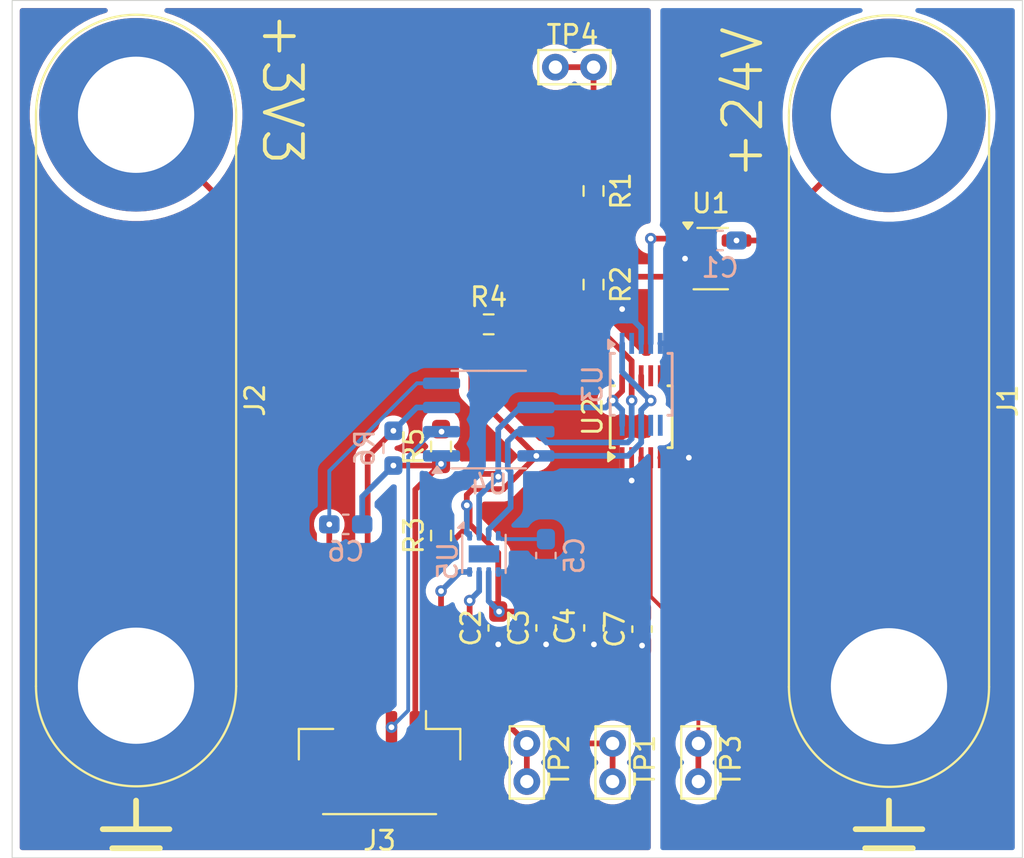
<source format=kicad_pcb>
(kicad_pcb (version 20241229) (generator "pcbnew") (generator_version "9.0")
  (layers (0 "F.Cu" signal) (2 "B.Cu" signal) (13 "F.Paste" user) (15 "B.Paste" user) (5 "F.SilkS" user "F.Silkscreen") (7 "B.SilkS" user "B.Silkscreen") (1 "F.Mask" user) (3 "B.Mask" user) (25 "Edge.Cuts" user))
  (net 0 "")
  (net 1 "+24V")
  (net 2 "GNDPWR")
  (net 3 "+3V3")
  (net 4 "GND")
  (net 5 "/Dev Board Interface/CAP_{1}")
  (net 6 "GNDD")
  (net 7 "/+3V3_{DEV}")
  (net 8 "/SCL_{IN}")
  (net 9 "/SDA_{IN}")
  (net 10 "/Dev Board Interface/V_{SC}_scaled")
  (net 11 "/V_{SC}")
  (net 12 "/Dev Board Interface/SCL_{INT}")
  (net 13 "/Dev Board Interface/SDA_{INT}")
  (net 14 "/DAC_{1}_FB")
  (net 15 "/POW_LIMIT")
  (net 16 "/CURR")
  (net 17 "/Dev Board Interface/V_{SC}_BUF")
  (footprint "Capacitor_SMD:C_0603_1608Metric_Pad1.08x0.95mm_HandSolder" (layer "F.Cu") (at 79.01 122.4375 90)
    (property "Reference" "C3" (at 0 -1.43 90) (layer "F.SilkS"))
    (property "Value" "0.1u")
    (fp_line (start -0.146267 -0.51) (end 0.146267 -0.51) (stroke (width 0.12)) (layer "F.SilkS"))
    (fp_line (start -0.146267 0.51) (end 0.146267 0.51) (stroke (width 0.12)) (layer "F.SilkS"))
    (pad "1" smd roundrect (at -0.8625 0 90) (size 1.075 0.95) (layers "F.Cu" "F.Mask" "F.Paste") (net 4 "GND"))
    (pad "2" smd roundrect (at 0.8625 0 90) (size 1.075 0.95) (layers "F.Cu" "F.Mask" "F.Paste") (net 3 "+3V3"))
  )
  (footprint "Connector_JST:JST_GH_BM04B-GHS-TBT_1x04-1MP_P1.25mm_Vertical" (layer "F.Cu") (at 70.275 129.6 180)
    (property "Reference" "J3" (at 0 -4 0) (layer "F.SilkS"))
    (property "Value" "Conn_01x04_Pin")
    (fp_line (start 4.235 1.86) (end 2.435 1.860001) (stroke (width 0.12)) (layer "F.SilkS"))
    (fp_line (start 4.235 0.26) (end 4.235 1.86) (stroke (width 0.12)) (layer "F.SilkS"))
    (fp_line (start -2.435 1.860001) (end -2.435 2.8) (stroke (width 0.12)) (layer "F.SilkS"))
    (fp_line (start -2.965 -2.61) (end 2.965 -2.61) (stroke (width 0.12)) (layer "F.SilkS"))
    (fp_line (start -4.235 1.86) (end -2.435 1.860001) (stroke (width 0.12)) (layer "F.SilkS"))
    (fp_line (start -4.235 0.26) (end -4.235 1.86) (stroke (width 0.12)) (layer "F.SilkS"))
    (pad "1" smd roundrect (at -1.875 1.95 180) (size 0.6 1.7) (layers "F.Cu" "F.Mask" "F.Paste") (net 7 "/+3V3_{DEV}"))
    (pad "2" smd roundrect (at -0.625 1.95 180) (size 0.6 1.7) (layers "F.Cu" "F.Mask" "F.Paste") (net 9 "/SDA_{IN}"))
    (pad "3" smd roundrect (at 0.625 1.95 180) (size 0.6 1.7) (layers "F.Cu" "F.Mask" "F.Paste") (net 8 "/SCL_{IN}"))
    (pad "4" smd roundrect (at 1.875 1.95 180) (size 0.6 1.7) (layers "F.Cu" "F.Mask" "F.Paste") (net 6 "GNDD"))
    (pad "MP" smd roundrect (at -3.725 -1.4 180) (size 1 2.8) (layers "F.Cu" "F.Mask" "F.Paste"))
    (pad "MP" smd roundrect (at 3.725 -1.4 180) (size 1 2.8) (layers "F.Cu" "F.Mask" "F.Paste"))
  )
  (footprint "Resistor_SMD:R_0603_1608Metric_Pad0.98x0.95mm_HandSolder" (layer "F.Cu") (at 81.5 99.5 -90)
    (property "Reference" "R1" (at 0 -1.43 90) (layer "F.SilkS"))
    (property "Value" "180k")
    (fp_line (start -0.254724 0.5225) (end 0.254724 0.5225) (stroke (width 0.12)) (layer "F.SilkS"))
    (fp_line (start -0.254724 -0.5225) (end 0.254724 -0.5225) (stroke (width 0.12)) (layer "F.SilkS"))
    (pad "1" smd roundrect (at -0.9125 0 270) (size 0.975 0.95) (layers "F.Cu" "F.Mask" "F.Paste") (net 11 "/V_{SC}"))
    (pad "2" smd roundrect (at 0.9125 0 270) (size 0.975 0.95) (layers "F.Cu" "F.Mask" "F.Paste") (net 10 "/Dev Board Interface/V_{SC}_scaled"))
  )
  (footprint "TestPoint:TestPoint_Bridge_Pitch2.0mm_Drill0.7mm" (layer "F.Cu") (at 78 130.5 90)
    (property "Reference" "TP2" (at 1.1 1.7 90) (layer "F.SilkS"))
    (property "Value" "TestPoint")
    (fp_line (start 2.9 -0.9) (end -0.9 -0.9) (stroke (width 0.12)) (layer "F.SilkS"))
    (fp_line (start -0.9 -0.9) (end -0.9 0.9) (stroke (width 0.12)) (layer "F.SilkS"))
    (fp_line (start 2.9 0.9) (end 2.9 -0.9) (stroke (width 0.12)) (layer "F.SilkS"))
    (fp_line (start -0.9 0.9) (end 2.9 0.9) (stroke (width 0.12)) (layer "F.SilkS"))
    (pad "1" thru_hole circle (at 0 0 90) (size 1.4 1.4) (drill 0.7) (layers "*.Cu" "*.Mask") (net 15 "/POW_LIMIT"))
    (pad "1" thru_hole circle (at 2 0 90) (size 1.4 1.4) (drill 0.7) (layers "*.Cu" "*.Mask") (net 15 "/POW_LIMIT"))
  )
  (footprint "Connector:Banana_Jack_2Pin" (layer "F.Cu") (at 57.5 95.500001 -90)
    (property "Reference" "J2" (at 14.985 -6.24 90) (layer "F.SilkS"))
    (property "Value" "Conn_01x02_Pin")
    (fp_line (start 0 5.250001) (end 30 5.25) (stroke (width 0.12)) (layer "F.SilkS"))
    (fp_line (start 30 -5.25) (end 0 -5.250001) (stroke (width 0.12)) (layer "F.SilkS"))
    (fp_arc (start 0 5.250001) (mid -5.250001 0) (end 0 -5.250001) (stroke (width 0.12)) (layer "F.SilkS"))
    (fp_arc (start 30 -5.25) (mid 35.25 0) (end 30 5.25) (stroke (width 0.12)) (layer "F.SilkS"))
    (pad "1" thru_hole circle (at 0 0 270) (size 10.16 10.16) (drill 6.1) (layers "*.Cu" "*.Mask") (net 3 "+3V3"))
    (pad "2" thru_hole circle (at 29.97 0 270) (size 10.16 10.16) (drill 6.1) (layers "*.Cu" "*.Mask") (net 4 "GND"))
  )
  (footprint "Package_SO:TSSOP-10_3x3mm_P0.5mm" (layer "F.Cu") (at 84 111.35 90)
    (property "Reference" "U2" (at 0 -2.55 90) (layer "F.SilkS"))
    (property "Value" "ADS1014IDGS")
    (fp_line (start 1.625 -1.625) (end 1.625 -1.4) (stroke (width 0.15)) (layer "F.SilkS"))
    (fp_line (start -1.625 -1.625) (end 1.625 -1.625) (stroke (width 0.15)) (layer "F.SilkS"))
    (fp_line (start -1.625 -1.625) (end -1.625 -1.4) (stroke (width 0.15)) (layer "F.SilkS"))
    (fp_line (start 1.625 1.625) (end 1.625 1.4) (stroke (width 0.15)) (layer "F.SilkS"))
    (fp_line (start -1.625 1.625) (end -1.625 1.4) (stroke (width 0.15)) (layer "F.SilkS"))
    (fp_line (start -1.625 1.625) (end 1.625 1.625) (stroke (width 0.15)) (layer "F.SilkS"))
    (fp_poly (pts (xy -2.1 -1.4) (xy -2.34 -1.73) (xy -1.86 -1.73) (xy -2.1 -1.4)) (stroke (width 0.12)) (fill yes) (layer "F.SilkS"))
    (pad "1" smd rect (at -2.15 -1 90) (size 1.1 0.25) (layers "F.Cu" "F.Mask" "F.Paste") (net 4 "GND"))
    (pad "2" smd rect (at -2.15 -0.5 90) (size 1.1 0.25) (layers "F.Cu" "F.Mask" "F.Paste"))
    (pad "3" smd rect (at -2.15 0 90) (size 1.1 0.25) (layers "F.Cu" "F.Mask" "F.Paste") (net 4 "GND"))
    (pad "4" smd rect (at -2.15 0.5 90) (size 1.1 0.25) (layers "F.Cu" "F.Mask" "F.Paste") (net 16 "/CURR"))
    (pad "5" smd rect (at -2.15 1 90) (size 1.1 0.25) (layers "F.Cu" "F.Mask" "F.Paste") (net 2 "GNDPWR"))
    (pad "6" smd rect (at 2.15 1 90) (size 1.1 0.25) (layers "F.Cu" "F.Mask" "F.Paste"))
    (pad "7" smd rect (at 2.15 0.5 90) (size 1.1 0.25) (layers "F.Cu" "F.Mask" "F.Paste"))
    (pad "8" smd rect (at 2.15 0 90) (size 1.1 0.25) (layers "F.Cu" "F.Mask" "F.Paste") (net 3 "+3V3"))
    (pad "9" smd rect (at 2.15 -0.5 90) (size 1.1 0.25) (layers "F.Cu" "F.Mask" "F.Paste") (net 13 "/Dev Board Interface/SDA_{INT}"))
    (pad "10" smd rect (at 2.15 -1 90) (size 1.1 0.25) (layers "F.Cu" "F.Mask" "F.Paste") (net 12 "/Dev Board Interface/SCL_{INT}"))
  )
  (footprint "Capacitor_SMD:C_0603_1608Metric_Pad1.08x0.95mm_HandSolder" (layer "F.Cu") (at 76.5 122.4375 90)
    (property "Reference" "C2" (at 0 -1.43 90) (layer "F.SilkS"))
    (property "Value" "0.1u")
    (fp_line (start -0.146267 -0.51) (end 0.146267 -0.51) (stroke (width 0.12)) (layer "F.SilkS"))
    (fp_line (start -0.146267 0.51) (end 0.146267 0.51) (stroke (width 0.12)) (layer "F.SilkS"))
    (pad "1" smd roundrect (at -0.8625 0 90) (size 1.075 0.95) (layers "F.Cu" "F.Mask" "F.Paste") (net 4 "GND"))
    (pad "2" smd roundrect (at 0.8625 0 90) (size 1.075 0.95) (layers "F.Cu" "F.Mask" "F.Paste") (net 3 "+3V3"))
  )
  (footprint "Package_TO_SOT_SMD:SOT-23-5_HandSoldering" (layer "F.Cu") (at 87.65 103.05)
    (property "Reference" "U1" (at 0 -2.9 0) (layer "F.SilkS"))
    (property "Value" "TLV9301xDBV")
    (fp_line (start -0.9 1.61) (end 0.9 1.61) (stroke (width 0.12)) (layer "F.SilkS"))
    (fp_line (start 0.1 -1.61) (end -0.7 -1.61) (stroke (width 0.12)) (layer "F.SilkS"))
    (fp_line (start 0.1 -1.61) (end 0.9 -1.61) (stroke (width 0.12)) (layer "F.SilkS"))
    (fp_poly (pts (xy -1.2 -1.56) (xy -1.44 -1.89) (xy -0.96 -1.89) (xy -1.2 -1.56)) (stroke (width 0.12)) (fill yes) (layer "F.SilkS"))
    (pad "1" smd roundrect (at -1.35 -0.95) (size 1.56 0.65) (layers "F.Cu" "F.Mask" "F.Paste") (net 17 "/Dev Board Interface/V_{SC}_BUF"))
    (pad "2" smd roundrect (at -1.35 0) (size 1.56 0.65) (layers "F.Cu" "F.Mask" "F.Paste") (net 2 "GNDPWR"))
    (pad "3" smd roundrect (at -1.35 0.95) (size 1.56 0.65) (layers "F.Cu" "F.Mask" "F.Paste") (net 10 "/Dev Board Interface/V_{SC}_scaled"))
    (pad "4" smd roundrect (at 1.35 0.95) (size 1.56 0.65) (layers "F.Cu" "F.Mask" "F.Paste") (net 17 "/Dev Board Interface/V_{SC}_BUF"))
    (pad "5" smd roundrect (at 1.35 -0.95) (size 1.56 0.65) (layers "F.Cu" "F.Mask" "F.Paste") (net 1 "+24V"))
  )
  (footprint "TestPoint:TestPoint_Bridge_Pitch2.0mm_Drill0.7mm" (layer "F.Cu") (at 87 130.5 90)
    (property "Reference" "TP3" (at 1.1 1.7 90) (layer "F.SilkS"))
    (property "Value" "TestPoint")
    (fp_line (start 2.9 -0.9) (end -0.9 -0.9) (stroke (width 0.12)) (layer "F.SilkS"))
    (fp_line (start -0.9 -0.9) (end -0.9 0.9) (stroke (width 0.12)) (layer "F.SilkS"))
    (fp_line (start 2.9 0.9) (end 2.9 -0.9) (stroke (width 0.12)) (layer "F.SilkS"))
    (fp_line (start -0.9 0.9) (end 2.9 0.9) (stroke (width 0.12)) (layer "F.SilkS"))
    (pad "1" thru_hole circle (at 0 0 90) (size 1.4 1.4) (drill 0.7) (layers "*.Cu" "*.Mask") (net 16 "/CURR"))
    (pad "1" thru_hole circle (at 2.000001 0 90) (size 1.4 1.4) (drill 0.7) (layers "*.Cu" "*.Mask") (net 16 "/CURR"))
  )
  (footprint "Resistor_SMD:R_0603_1608Metric_Pad0.98x0.95mm_HandSolder" (layer "F.Cu") (at 76 106.5)
    (property "Reference" "R4" (at 0 -1.43 0) (layer "F.SilkS"))
    (property "Value" "1.5k")
    (fp_line (start -0.254724 -0.5225) (end 0.254724 -0.5225) (stroke (width 0.12)) (layer "F.SilkS"))
    (fp_line (start -0.254724 0.5225) (end 0.254724 0.5225) (stroke (width 0.12)) (layer "F.SilkS"))
    (pad "1" smd roundrect (at -0.9125 0) (size 0.975 0.95) (layers "F.Cu" "F.Mask" "F.Paste") (net 3 "+3V3"))
    (pad "2" smd roundrect (at 0.9125 0) (size 0.975 0.95) (layers "F.Cu" "F.Mask" "F.Paste") (net 13 "/Dev Board Interface/SDA_{INT}"))
  )
  (footprint "Resistor_SMD:R_0603_1608Metric_Pad0.98x0.95mm_HandSolder" (layer "F.Cu") (at 73.5 112.9125 90)
    (property "Reference" "R5" (at 0 -1.43 90) (layer "F.SilkS"))
    (property "Value" "1.5k")
    (fp_line (start -0.254724 -0.5225) (end 0.254724 -0.5225) (stroke (width 0.12)) (layer "F.SilkS"))
    (fp_line (start -0.254724 0.5225) (end 0.254724 0.5225) (stroke (width 0.12)) (layer "F.SilkS"))
    (pad "1" smd roundrect (at -0.9125 0 90) (size 0.975 0.95) (layers "F.Cu" "F.Mask" "F.Paste") (net 7 "/+3V3_{DEV}"))
    (pad "2" smd roundrect (at 0.9125 0 90) (size 0.975 0.95) (layers "F.Cu" "F.Mask" "F.Paste") (net 9 "/SDA_{IN}"))
  )
  (footprint "TestPoint:TestPoint_Bridge_Pitch2.0mm_Drill0.7mm" (layer "F.Cu") (at 82.5 130.5 90)
    (property "Reference" "TP1" (at 1.1 1.7 90) (layer "F.SilkS"))
    (property "Value" "TestPoint")
    (fp_line (start 2.9 -0.9) (end -0.9 -0.9) (stroke (width 0.12)) (layer "F.SilkS"))
    (fp_line (start -0.9 -0.9) (end -0.9 0.9) (stroke (width 0.12)) (layer "F.SilkS"))
    (fp_line (start 2.9 0.9) (end 2.9 -0.9) (stroke (width 0.12)) (layer "F.SilkS"))
    (fp_line (start -0.9 0.9) (end 2.9 0.9) (stroke (width 0.12)) (layer "F.SilkS"))
    (pad "1" thru_hole circle (at 0 0 90) (size 1.4 1.4) (drill 0.7) (layers "*.Cu" "*.Mask") (net 14 "/DAC_{1}_FB"))
    (pad "1" thru_hole circle (at 2 0 90) (size 1.4 1.4) (drill 0.7) (layers "*.Cu" "*.Mask") (net 14 "/DAC_{1}_FB"))
  )
  (footprint "Capacitor_SMD:C_0603_1608Metric_Pad1.08x0.95mm_HandSolder" (layer "F.Cu") (at 84.045 122.5 90)
    (property "Reference" "C7" (at 0 -1.43 90) (layer "F.SilkS"))
    (property "Value" "0.1u")
    (fp_line (start -0.146267 -0.51) (end 0.146267 -0.51) (stroke (width 0.12)) (layer "F.SilkS"))
    (fp_line (start -0.146267 0.51) (end 0.146267 0.51) (stroke (width 0.12)) (layer "F.SilkS"))
    (pad "1" smd roundrect (at -0.8625 0 90) (size 1.075 0.95) (layers "F.Cu" "F.Mask" "F.Paste") (net 4 "GND"))
    (pad "2" smd roundrect (at 0.8625 0 90) (size 1.075 0.95) (layers "F.Cu" "F.Mask" "F.Paste") (net 3 "+3V3"))
  )
  (footprint "Capacitor_SMD:C_0603_1608Metric_Pad1.08x0.95mm_HandSolder" (layer "F.Cu") (at 81.52 122.4375 -90)
    (property "Reference" "C4" (at -0.104168 1.52 90) (layer "F.SilkS"))
    (property "Value" "0.1u")
    (fp_line (start -0.146267 0.51) (end 0.146267 0.51) (stroke (width 0.12)) (layer "F.SilkS"))
    (fp_line (start -0.146267 -0.51) (end 0.146267 -0.51) (stroke (width 0.12)) (layer "F.SilkS"))
    (pad "1" smd roundrect (at -0.8625 0 270) (size 1.075 0.95) (layers "F.Cu" "F.Mask" "F.Paste") (net 3 "+3V3"))
    (pad "2" smd roundrect (at 0.8625 0 270) (size 1.075 0.95) (layers "F.Cu" "F.Mask" "F.Paste") (net 4 "GND"))
  )
  (footprint "TestPoint:TestPoint_Bridge_Pitch2.0mm_Drill0.7mm" (layer "F.Cu") (at 81.5 93 180)
    (property "Reference" "TP4" (at 1.1 1.7 0) (layer "F.SilkS"))
    (property "Value" "TestPoint")
    (fp_line (start 2.9 0.9) (end 2.9 -0.9) (stroke (width 0.12)) (layer "F.SilkS"))
    (fp_line (start 2.9 -0.9) (end -0.9 -0.9) (stroke (width 0.12)) (layer "F.SilkS"))
    (fp_line (start -0.9 0.9) (end 2.9 0.9) (stroke (width 0.12)) (layer "F.SilkS"))
    (fp_line (start -0.9 -0.9) (end -0.9 0.9) (stroke (width 0.12)) (layer "F.SilkS"))
    (pad "1" thru_hole circle (at 0 0 180) (size 1.4 1.4) (drill 0.7) (layers "*.Cu" "*.Mask") (net 11 "/V_{SC}"))
    (pad "1" thru_hole circle (at 2 0 180) (size 1.4 1.4) (drill 0.7) (layers "*.Cu" "*.Mask") (net 11 "/V_{SC}"))
  )
  (footprint "Resistor_SMD:R_0603_1608Metric_Pad0.98x0.95mm_HandSolder" (layer "F.Cu") (at 73.5 117.5875 90)
    (property "Reference" "R3" (at 0 -1.43 90) (layer "F.SilkS"))
    (property "Value" "1.5k")
    (fp_line (start -0.254724 -0.5225) (end 0.254724 -0.5225) (stroke (width 0.12)) (layer "F.SilkS"))
    (fp_line (start -0.254724 0.5225) (end 0.254724 0.5225) (stroke (width 0.12)) (layer "F.SilkS"))
    (pad "1" smd roundrect (at -0.9125 0 90) (size 0.975 0.95) (layers "F.Cu" "F.Mask" "F.Paste") (net 3 "+3V3"))
    (pad "2" smd roundrect (at 0.9125 0 90) (size 0.975 0.95) (layers "F.Cu" "F.Mask" "F.Paste") (net 12 "/Dev Board Interface/SCL_{INT}"))
  )
  (footprint "Resistor_SMD:R_0603_1608Metric_Pad0.98x0.95mm_HandSolder" (layer "F.Cu") (at 81.5 104.4125 -90)
    (property "Reference" "R2" (at 0 -1.43 90) (layer "F.SilkS"))
    (property "Value" "120k")
    (fp_line (start -0.254724 0.5225) (end 0.254724 0.5225) (stroke (width 0.12)) (layer "F.SilkS"))
    (fp_line (start -0.254724 -0.5225) (end 0.254724 -0.5225) (stroke (width 0.12)) (layer "F.SilkS"))
    (pad "1" smd roundrect (at -0.9125 0 270) (size 0.975 0.95) (layers "F.Cu" "F.Mask" "F.Paste") (net 10 "/Dev Board Interface/V_{SC}_scaled"))
    (pad "2" smd roundrect (at 0.9125 0 270) (size 0.975 0.95) (layers "F.Cu" "F.Mask" "F.Paste") (net 4 "GND"))
  )
  (footprint "Connector:Banana_Jack_2Pin" (layer "F.Cu") (at 97 95.53 -90)
    (property "Reference" "J1" (at 14.985 -6.24 90) (layer "F.SilkS"))
    (property "Value" "Conn_01x02_Pin")
    (fp_line (start 0 5.250001) (end 30 5.25) (stroke (width 0.12)) (layer "F.SilkS"))
    (fp_line (start 30 -5.25) (end 0 -5.250001) (stroke (width 0.12)) (layer "F.SilkS"))
    (fp_arc (start 0 5.250001) (mid -5.250001 0) (end 0 -5.250001) (stroke (width 0.12)) (layer "F.SilkS"))
    (fp_arc (start 30 -5.25) (mid 35.25 0) (end 30 5.25) (stroke (width 0.12)) (layer "F.SilkS"))
    (pad "1" thru_hole circle (at 0 0 270) (size 10.16 10.16) (drill 6.1) (layers "*.Cu" "*.Mask") (net 1 "+24V"))
    (pad "2" thru_hole circle (at 29.97 0 270) (size 10.16 10.16) (drill 6.1) (layers "*.Cu" "*.Mask") (net 2 "GNDPWR"))
  )
  (footprint "Capacitor_SMD:C_0603_1608Metric_Pad1.08x0.95mm_HandSolder" (layer "B.Cu") (at 88.1375 102.1)
    (property "Reference" "C1" (at 0 1.43 180) (layer "B.SilkS") (effects (justify mirror)))
    (property "Value" "0.1u")
    (fp_line (start -0.146267 -0.51) (end 0.146267 -0.51) (stroke (width 0.12)) (layer "B.SilkS"))
    (fp_line (start -0.146267 0.51) (end 0.146267 0.51) (stroke (width 0.12)) (layer "B.SilkS"))
    (pad "1" smd roundrect (at -0.8625 0) (size 1.075 0.95) (layers "B.Cu" "B.Mask" "B.Paste") (net 2 "GNDPWR"))
    (pad "2" smd roundrect (at 0.8625 0) (size 1.075 0.95) (layers "B.Cu" "B.Mask" "B.Paste") (net 1 "+24V"))
  )
  (footprint "Package_SO:SOIC-8_3.9x4.9mm_P1.27mm" (layer "B.Cu") (at 76 111.5)
    (property "Reference" "U4" (at 0 3.4 180) (layer "B.SilkS") (effects (justify mirror)))
    (property "Value" "ISO164xB")
    (fp_line (start 0 -2.56) (end -1.95 -2.56) (stroke (width 0.12)) (layer "B.SilkS"))
    (fp_line (start 0 -2.56) (end 1.95 -2.56) (stroke (width 0.12)) (layer "B.SilkS"))
    (fp_line (start 0 2.56) (end -1.95 2.56) (stroke (width 0.12)) (layer "B.SilkS"))
    (fp_line (start 0 2.56) (end 1.95 2.56) (stroke (width 0.12)) (layer "B.SilkS"))
    (fp_poly (pts (xy -2.7 2.465) (xy -2.94 2.795) (xy -2.46 2.795) (xy -2.7 2.465)) (stroke (width 0.12)) (fill yes) (layer "B.SilkS"))
    (pad "1" smd roundrect (at -2.475 1.905) (size 1.95 0.6) (layers "B.Cu" "B.Mask" "B.Paste") (net 7 "/+3V3_{DEV}"))
    (pad "2" smd roundrect (at -2.475 0.635) (size 1.95 0.6) (layers "B.Cu" "B.Mask" "B.Paste") (net 9 "/SDA_{IN}"))
    (pad "3" smd roundrect (at -2.475 -0.635) (size 1.95 0.6) (layers "B.Cu" "B.Mask" "B.Paste") (net 8 "/SCL_{IN}"))
    (pad "4" smd roundrect (at -2.475 -1.905) (size 1.95 0.6) (layers "B.Cu" "B.Mask" "B.Paste") (net 6 "GNDD"))
    (pad "5" smd roundrect (at 2.475 -1.905) (size 1.95 0.6) (layers "B.Cu" "B.Mask" "B.Paste") (net 4 "GND"))
    (pad "6" smd roundrect (at 2.475 -0.635) (size 1.95 0.6) (layers "B.Cu" "B.Mask" "B.Paste") (net 12 "/Dev Board Interface/SCL_{INT}"))
    (pad "7" smd roundrect (at 2.475 0.635) (size 1.95 0.6) (layers "B.Cu" "B.Mask" "B.Paste") (net 13 "/Dev Board Interface/SDA_{INT}"))
    (pad "8" smd roundrect (at 2.475 1.905) (size 1.95 0.6) (layers "B.Cu" "B.Mask" "B.Paste") (net 3 "+3V3"))
  )
  (footprint "Package_SO:TSSOP-10_3x3mm_P0.5mm" (layer "B.Cu") (at 84 109.65 -90)
    (property "Reference" "U3" (at 0 2.55 90) (layer "B.SilkS") (effects (justify mirror)))
    (property "Value" "ADS1014IDGS")
    (fp_line (start -1.625 1.625) (end 1.625 1.625) (stroke (width 0.15)) (layer "B.SilkS"))
    (fp_line (start -1.625 1.625) (end -1.625 1.4) (stroke (width 0.15)) (layer "B.SilkS"))
    (fp_line (start 1.625 1.625) (end 1.625 1.4) (stroke (width 0.15)) (layer "B.SilkS"))
    (fp_line (start -1.625 -1.625) (end -1.625 -1.4) (stroke (width 0.15)) (layer "B.SilkS"))
    (fp_line (start -1.625 -1.625) (end 1.625 -1.625) (stroke (width 0.15)) (layer "B.SilkS"))
    (fp_line (start 1.625 -1.625) (end 1.625 -1.4) (stroke (width 0.15)) (layer "B.SilkS"))
    (fp_poly (pts (xy -2.1 1.4) (xy -2.34 1.73) (xy -1.86 1.73) (xy -2.1 1.4)) (stroke (width 0.12)) (fill yes) (layer "B.SilkS"))
    (pad "1" smd rect (at -2.15 1 270) (size 1.1 0.25) (layers "B.Cu" "B.Mask" "B.Paste") (net 3 "+3V3"))
    (pad "2" smd rect (at -2.15 0.5 270) (size 1.1 0.25) (layers "B.Cu" "B.Mask" "B.Paste"))
    (pad "3" smd rect (at -2.15 0 270) (size 1.1 0.25) (layers "B.Cu" "B.Mask" "B.Paste") (net 4 "GND"))
    (pad "4" smd rect (at -2.15 -0.5 270) (size 1.1 0.25) (layers "B.Cu" "B.Mask" "B.Paste") (net 17 "/Dev Board Interface/V_{SC}_BUF"))
    (pad "5" smd rect (at -2.15 -1 270) (size 1.1 0.25) (layers "B.Cu" "B.Mask" "B.Paste") (net 2 "GNDPWR"))
    (pad "6" smd rect (at 2.15 -1 270) (size 1.1 0.25) (layers "B.Cu" "B.Mask" "B.Paste"))
    (pad "7" smd rect (at 2.15 -0.5 270) (size 1.1 0.25) (layers "B.Cu" "B.Mask" "B.Paste"))
    (pad "8" smd rect (at 2.15 0 270) (size 1.1 0.25) (layers "B.Cu" "B.Mask" "B.Paste") (net 3 "+3V3"))
    (pad "9" smd rect (at 2.15 0.5 270) (size 1.1 0.25) (layers "B.Cu" "B.Mask" "B.Paste") (net 13 "/Dev Board Interface/SDA_{INT}"))
    (pad "10" smd rect (at 2.15 1 270) (size 1.1 0.25) (layers "B.Cu" "B.Mask" "B.Paste") (net 12 "/Dev Board Interface/SCL_{INT}"))
  )
  (footprint "Package_SON:WSON-8-1EP_2x2mm_P0.5mm_EP0.9x1.6mm" (layer "B.Cu") (at 75.75 118.55 -90)
    (property "Reference" "U5" (at 0.38 1.9 90) (layer "B.SilkS") (effects (justify mirror)))
    (property "Value" "DACx53401")
    (fp_line (start -1.01 1.14) (end 0.99 1.14) (stroke (width 0.12)) (layer "B.SilkS"))
    (fp_line (start -1 -1.14) (end 1 -1.14) (stroke (width 0.12)) (layer "B.SilkS"))
    (fp_poly (pts (xy -1.37 1.07) (xy -1.65 1.07) (xy -1.37 1.35) (xy -1.37 1.07)) (stroke (width 0.12)) (fill yes) (layer "B.SilkS"))
    (pad "1" smd roundrect (at -0.95 0.75 270) (size 0.5 0.25) (layers "B.Cu" "B.Mask" "B.Paste") (net 3 "+3V3"))
    (pad "2" smd roundrect (at -0.95 0.25 270) (size 0.5 0.25) (layers "B.Cu" "B.Mask" "B.Paste") (net 12 "/Dev Board Interface/SCL_{INT}"))
    (pad "3" smd roundrect (at -0.95 -0.25 270) (size 0.5 0.25) (layers "B.Cu" "B.Mask" "B.Paste") (net 13 "/Dev Board Interface/SDA_{INT}"))
    (pad "4" smd roundrect (at -0.95 -0.75 270) (size 0.5 0.25) (layers "B.Cu" "B.Mask" "B.Paste") (net 5 "/Dev Board Interface/CAP_{1}"))
    (pad "5" smd roundrect (at 0.95 -0.75 270) (size 0.5 0.25) (layers "B.Cu" "B.Mask" "B.Paste") (net 4 "GND"))
    (pad "6" smd roundrect (at 0.95 -0.25 270) (size 0.5 0.25) (layers "B.Cu" "B.Mask" "B.Paste") (net 3 "+3V3"))
    (pad "7" smd roundrect (at 0.95 0.25 270) (size 0.5 0.25) (layers "B.Cu" "B.Mask" "B.Paste") (net 14 "/DAC_{1}_FB"))
    (pad "8" smd roundrect (at 0.95 0.75 270) (size 0.5 0.25) (layers "B.Cu" "B.Mask" "B.Paste") (net 15 "/POW_LIMIT"))
    (pad "9" smd rect (at 0 0 270) (size 0.9 1.6) (layers "B.Cu" "B.Mask"))
  )
  (footprint "Capacitor_SMD:C_0603_1608Metric_Pad1.08x0.95mm_HandSolder" (layer "B.Cu") (at 79 118.6375 -90)
    (property "Reference" "C5" (at 0 -1.5 90) (layer "B.SilkS") (effects (justify mirror)))
    (property "Value" "6.8u")
    (fp_line (start -0.146267 0.51) (end 0.146267 0.51) (stroke (width 0.12)) (layer "B.SilkS"))
    (fp_line (start -0.146267 -0.51) (end 0.146267 -0.51) (stroke (width 0.12)) (layer "B.SilkS"))
    (pad "1" smd roundrect (at -0.8625 0 270) (size 1.075 0.95) (layers "B.Cu" "B.Mask" "B.Paste") (net 5 "/Dev Board Interface/CAP_{1}"))
    (pad "2" smd roundrect (at 0.8625 0 270) (size 1.075 0.95) (layers "B.Cu" "B.Mask" "B.Paste") (net 4 "GND"))
  )
  (footprint "Resistor_SMD:R_0603_1608Metric_Pad0.98x0.95mm_HandSolder" (layer "B.Cu") (at 71 113 90)
    (property "Reference" "R6" (at 0 -1.5 90) (layer "B.SilkS") (effects (justify mirror)))
    (property "Value" "1.5k")
    (fp_line (start -0.254724 -0.5225) (end 0.254724 -0.5225) (stroke (width 0.12)) (layer "B.SilkS"))
    (fp_line (start -0.254724 0.5225) (end 0.254724 0.5225) (stroke (width 0.12)) (layer "B.SilkS"))
    (pad "1" smd roundrect (at -0.9125 0 90) (size 0.975 0.95) (layers "B.Cu" "B.Mask" "B.Paste") (net 7 "/+3V3_{DEV}"))
    (pad "2" smd roundrect (at 0.9125 0 90) (size 0.975 0.95) (layers "B.Cu" "B.Mask" "B.Paste") (net 8 "/SCL_{IN}"))
  )
  (footprint "Capacitor_SMD:C_0603_1608Metric_Pad1.08x0.95mm_HandSolder" (layer "B.Cu") (at 68.5 117)
    (property "Reference" "C6" (at 0 1.43 180) (layer "B.SilkS") (effects (justify mirror)))
    (property "Value" "0.1u")
    (fp_line (start -0.146267 -0.51) (end 0.146267 -0.51) (stroke (width 0.12)) (layer "B.SilkS"))
    (fp_line (start -0.146267 0.51) (end 0.146267 0.51) (stroke (width 0.12)) (layer "B.SilkS"))
    (pad "1" smd roundrect (at -0.8625 0) (size 1.075 0.95) (layers "B.Cu" "B.Mask" "B.Paste") (net 6 "GNDD"))
    (pad "2" smd roundrect (at 0.8625 0) (size 1.075 0.95) (layers "B.Cu" "B.Mask" "B.Paste") (net 7 "/+3V3_{DEV}"))
  )
  (gr_line (start 97 131.5) (end 97 133) (stroke (width 0.3)) (layer "F.SilkS"))
  (gr_line (start 59.25 133) (end 55.75 133) (stroke (width 0.3)) (layer "F.SilkS"))
  (gr_line (start 98.25 134) (end 95.75 134) (stroke (width 0.3)) (layer "F.SilkS"))
  (gr_line (start 58.75 134) (end 56.25 134) (stroke (width 0.3)) (layer "F.SilkS"))
  (gr_line (start 57.5 131.5) (end 57.5 133) (stroke (width 0.3)) (layer "F.SilkS"))
  (gr_line (start 98.75 133) (end 95.25 133) (stroke (width 0.3)) (layer "F.SilkS"))
  (gr_rect (start 51 89.5) (end 104 134.5) (stroke (width 0.05)) (fill no) (layer "Edge.Cuts"))
  (gr_text "+24V" (at 90.5 99 90) (layer "F.SilkS") (effects (font (size 2 2) (thickness 0.2)) (justify left bottom)))
  (gr_text "+3V3\n" (at 64 90 270) (layer "F.SilkS") (effects (font (size 2 2) (thickness 0.2)) (justify left bottom)))
  (segment (start 97 95.53) (end 90.43 102.1) (width 0.3) (layer "F.Cu") (net 1))
  (segment (start 90.43 102.1) (end 89 102.1) (width 0.3) (layer "F.Cu") (net 1))
  (via (at 89 102.1) (size 0.6) (drill 0.3) (layers "F.Cu" "B.Cu") (net 1))
  (segment (start 85 113.5) (end 86.5 113.5) (width 0.3) (layer "F.Cu") (net 2))
  (via (at 86.5 113.5) (size 0.6) (drill 0.3) (layers "F.Cu" "B.Cu") (net 2))
  (via (at 86.3 103.05) (size 0.6) (drill 0.3) (layers "F.Cu" "B.Cu") (net 2))
  (segment (start 85 107.5) (end 85.5 107.5) (width 0.3) (layer "B.Cu") (net 2))
  (segment (start 68.499999 106.5) (end 75.0875 106.5) (width 0.3) (layer "F.Cu") (net 3))
  (segment (start 75.0875 106.5) (end 75.0875 109.9925) (width 0.3) (layer "F.Cu") (net 3))
  (segment (start 84 109.2) (end 84 110) (width 0.3) (layer "F.Cu") (net 3))
  (segment (start 78.5 113.420654) (end 78.5 113.405) (width 0.3) (layer "F.Cu") (net 3))
  (segment (start 74.85 116) (end 75 116.15) (width 0.3) (layer "F.Cu") (net 3))
  (segment (start 74.85 116) (end 74.85 115.452) (width 0.3) (layer "F.Cu") (net 3))
  (segment (start 76.545 121.575) (end 79.01 121.575) (width 0.3) (layer "F.Cu") (net 3))
  (segment (start 76.5 121.575) (end 76.545 121.575) (width 0.3) (layer "F.Cu") (net 3))
  (segment (start 75.151 115.151) (end 76.769654 115.151) (width 0.3) (layer "F.Cu") (net 3))
  (segment (start 81.52 121.575) (end 83.9825 121.575) (width 0.3) (layer "F.Cu") (net 3))
  (segment (start 81.52 121.575) (end 79.01 121.575) (width 0.3) (layer "F.Cu") (net 3))
  (segment (start 74.85 115.452) (end 75.151 115.151) (width 0.3) (layer "F.Cu") (net 3))
  (segment (start 75 116.15) (end 75 117) (width 0.3) (layer "F.Cu") (net 3))
  (segment (start 75 117) (end 73.5 118.5) (width 0.3) (layer "F.Cu") (net 3))
  (segment (start 83.9825 121.575) (end 84.045 121.6375) (width 0.3) (layer "F.Cu") (net 3))
  (segment (start 76.4375 121.6375) (end 76.5 121.575) (width 0.3) (layer "F.Cu") (net 3))
  (segment (start 75.0875 109.9925) (end 78.5 113.405) (width 0.3) (layer "F.Cu") (net 3))
  (segment (start 57.5 95.500001) (end 68.499999 106.5) (width 0.3) (layer "F.Cu") (net 3))
  (segment (start 76.5 118.5) (end 76.5 121.575) (width 0.3) (layer "F.Cu") (net 3))
  (segment (start 75 117) (end 76.5 118.5) (width 0.3) (layer "F.Cu") (net 3))
  (segment (start 84 110) (end 84.5 110.5) (width 0.3) (layer "F.Cu") (net 3))
  (segment (start 76.769654 115.151) (end 78.5 113.420654) (width 0.3) (layer "F.Cu") (net 3))
  (via (at 76.545 121.575) (size 0.6) (drill 0.3) (layers "F.Cu" "B.Cu") (net 3))
  (via (at 84.5 110.5) (size 0.6) (drill 0.3) (layers "F.Cu" "B.Cu") (net 3))
  (via (at 78.5 113.405) (size 0.6) (drill 0.3) (layers "F.Cu" "B.Cu") (net 3))
  (via (at 74.85 116) (size 0.6) (drill 0.3) (layers "F.Cu" "B.Cu") (net 3))
  (segment (start 78.475 113.405) (end 78.5 113.405) (width 0.3) (layer "B.Cu") (net 3))
  (segment (start 84 111) (end 84.5 110.5) (width 0.3) (layer "B.Cu") (net 3))
  (segment (start 83 109) (end 84.5 110.5) (width 0.3) (layer "B.Cu") (net 3))
  (segment (start 83.30352 113.405) (end 84 112.70852) (width 0.3) (layer "B.Cu") (net 3))
  (segment (start 76 121.03) (end 76.545 121.575) (width 0.3) (layer "B.Cu") (net 3))
  (segment (start 83 107.5) (end 83 109) (width 0.3) (layer "B.Cu") (net 3))
  (segment (start 84 111.8) (end 84 111) (width 0.3) (layer "B.Cu") (net 3))
  (segment (start 76 119.5) (end 76 121.03) (width 0.3) (layer "B.Cu") (net 3))
  (segment (start 78.5 113.405) (end 83.30352 113.405) (width 0.3) (layer "B.Cu") (net 3))
  (segment (start 74.85 116) (end 74.85 117.45) (width 0.3) (layer "B.Cu") (net 3))
  (segment (start 84 112.70852) (end 84 111.8) (width 0.3) (layer "B.Cu") (net 3))
  (segment (start 74.85 117.45) (end 75 117.6) (width 0.3) (layer "B.Cu") (net 3))
  (segment (start 84 113.5) (end 84 114.2) (width 0.3) (layer "F.Cu") (net 4))
  (segment (start 83 113.5) (end 82.5 113.5) (width 0.2) (layer "F.Cu") (net 4))
  (segment (start 84 114.2) (end 83.5 114.7) (width 0.3) (layer "F.Cu") (net 4))
  (via (at 83 105.7) (size 0.6) (drill 0.3) (layers "F.Cu" "B.Cu") (net 4))
  (via (at 79.01 123.3) (size 0.6) (drill 0.3) (layers "F.Cu" "B.Cu") (net 4))
  (via (at 76.5 123.3) (size 0.6) (drill 0.3) (layers "F.Cu" "B.Cu") (net 4))
  (via (at 83.5 114.7) (size 0.6) (drill 0.3) (layers "F.Cu" "B.Cu") (net 4))
  (via (at 84.045 123.3625) (size 0.6) (drill 0.3) (layers "F.Cu" "B.Cu") (net 4))
  (via (at 81.52 123.3) (size 0.6) (drill 0.3) (layers "F.Cu" "B.Cu") (net 4))
  (segment (start 84 107.5) (end 84 106.7) (width 0.3) (layer "B.Cu") (net 4))
  (segment (start 84 106.7) (end 83 105.7) (width 0.3) (layer "B.Cu") (net 4))
  (segment (start 76.5 119.5) (end 79 119.5) (width 0.3) (layer "B.Cu") (net 4))
  (segment (start 76.5 117.6) (end 76.675 117.775) (width 0.2) (layer "B.Cu") (net 5))
  (segment (start 76.675 117.775) (end 79 117.775) (width 0.2) (layer "B.Cu") (net 5))
  (segment (start 67.6375 126.8875) (end 68.4 127.65) (width 0.3) (layer "F.Cu") (net 6))
  (segment (start 67.6375 117) (end 67.6375 126.8875) (width 0.3) (layer "F.Cu") (net 6))
  (via (at 67.6375 117) (size 0.6) (drill 0.3) (layers "F.Cu" "B.Cu") (net 6))
  (segment (start 72.236866 109.595) (end 67.6375 114.194366) (width 0.2) (layer "B.Cu") (net 6))
  (segment (start 67.6375 114.194366) (end 67.6375 117) (width 0.2) (layer "B.Cu") (net 6))
  (segment (start 73.525 109.595) (end 72.236866 109.595) (width 0.2) (layer "B.Cu") (net 6))
  (segment (start 72.15 115.175) (end 72.15 127.65) (width 0.3) (layer "F.Cu") (net 7))
  (segment (start 73.5 113.825) (end 72.15 115.175) (width 0.3) (layer "F.Cu") (net 7))
  (segment (start 73.4125 113.9125) (end 73.5 113.825) (width 0.3) (layer "F.Cu") (net 7))
  (segment (start 71 113.9125) (end 73.4125 113.9125) (width 0.3) (layer "F.Cu") (net 7))
  (via (at 73.5 113.825) (size 0.6) (drill 0.3) (layers "F.Cu" "B.Cu") (net 7))
  (via (at 71 113.9125) (size 0.6) (drill 0.3) (layers "F.Cu" "B.Cu") (net 7))
  (segment (start 73.5 113.43) (end 73.525 113.405) (width 0.3) (layer "B.Cu") (net 7))
  (segment (start 69.3625 117) (end 69.3625 115.55) (width 0.3) (layer "B.Cu") (net 7))
  (segment (start 73.5 113.825) (end 73.5 113.43) (width 0.3) (layer "B.Cu") (net 7))
  (segment (start 69.3625 115.55) (end 71 113.9125) (width 0.3) (layer "B.Cu") (net 7))
  (segment (start 69.65 113.4375) (end 69.65 127.65) (width 0.3) (layer "F.Cu") (net 8))
  (segment (start 71 112.0875) (end 69.65 113.4375) (width 0.3) (layer "F.Cu") (net 8))
  (via (at 71 112.0875) (size 0.6) (drill 0.3) (layers "F.Cu" "B.Cu") (net 8))
  (segment (start 72.2225 110.865) (end 71 112.0875) (width 0.3) (layer "B.Cu") (net 8))
  (segment (start 73.525 110.865) (end 72.2225 110.865) (width 0.3) (layer "B.Cu") (net 8))
  (via (at 70.9 127.65) (size 0.6) (drill 0.3) (layers "F.Cu" "B.Cu") (net 9))
  (via (at 73.525 112.135) (size 0.6) (drill 0.3) (layers "F.Cu" "B.Cu") (net 9))
  (segment (start 73.525 112.135) (end 73.073866 112.135) (width 0.2) (layer "B.Cu") (net 9))
  (segment (start 71.776 126.774) (end 70.9 127.65) (width 0.2) (layer "B.Cu") (net 9))
  (segment (start 71.776 113.432866) (end 71.776 126.774) (width 0.2) (layer "B.Cu") (net 9))
  (segment (start 73.073866 112.135) (end 71.776 113.432866) (width 0.2) (layer "B.Cu") (net 9))
  (segment (start 81.5 100.4125) (end 81.5 103.5) (width 0.3) (layer "F.Cu") (net 10))
  (segment (start 86.3 104) (end 82 104) (width 0.3) (layer "F.Cu") (net 10))
  (segment (start 82 104) (end 81.5 103.5) (width 0.3) (layer "F.Cu") (net 10))
  (segment (start 81.5 93) (end 81.5 98.5875) (width 0.3) (layer "F.Cu") (net 11))
  (segment (start 81.5 93) (end 79.5 93) (width 0.3) (layer "F.Cu") (net 11))
  (segment (start 74.730346 114.349) (end 73.5 115.579346) (width 0.3) (layer "F.Cu") (net 12))
  (segment (start 76.349 114.349) (end 74.730346 114.349) (width 0.3) (layer "F.Cu") (net 12))
  (segment (start 76.5 114.5) (end 76.349 114.349) (width 0.3) (layer "F.Cu") (net 12))
  (segment (start 73.5 115.579346) (end 73.5 116.675) (width 0.3) (layer "F.Cu") (net 12))
  (segment (start 83 109.2) (end 83 110) (width 0.3) (layer "F.Cu") (net 12))
  (segment (start 83 110) (end 82.5 110.5) (width 0.3) (layer "F.Cu") (net 12))
  (via (at 76.5 114.5) (size 0.6) (drill 0.3) (layers "F.Cu" "B.Cu") (net 12))
  (via (at 82.5 110.5) (size 0.6) (drill 0.3) (layers "F.Cu" "B.Cu") (net 12))
  (segment (start 78.475 110.865) (end 82.135 110.865) (width 0.3) (layer "B.Cu") (net 12))
  (segment (start 82.135 110.865) (end 82.5 110.5) (width 0.3) (layer "B.Cu") (net 12))
  (segment (start 75.5 117.6) (end 75.5 115.5) (width 0.3) (layer "B.Cu") (net 12))
  (segment (start 77.635 110.865) (end 76.5 112) (width 0.3) (layer "B.Cu") (net 12))
  (segment (start 83 111) (end 82.5 110.5) (width 0.3) (layer "B.Cu") (net 12))
  (segment (start 83 111.8) (end 83 111) (width 0.3) (layer "B.Cu") (net 12))
  (segment (start 75.5 115.5) (end 76.5 114.5) (width 0.3) (layer "B.Cu") (net 12))
  (segment (start 76.5 112) (end 76.5 114.5) (width 0.3) (layer "B.Cu") (net 12))
  (segment (start 78.475 110.865) (end 77.635 110.865) (width 0.3) (layer "B.Cu") (net 12))
  (segment (start 81.577 106.5) (end 83.5 108.423) (width 0.3) (layer "F.Cu") (net 13))
  (segment (start 83.5 108.423) (end 83.5 109.2) (width 0.3) (layer "F.Cu") (net 13))
  (segment (start 83.5 109.2) (end 83.5 110.5) (width 0.3) (layer "F.Cu") (net 13))
  (segment (start 76.9125 106.5) (end 81.577 106.5) (width 0.3) (layer "F.Cu") (net 13))
  (via (at 83.5 110.5) (size 0.6) (drill 0.3) (layers "F.Cu" "B.Cu") (net 13))
  (segment (start 77.500001 112.135) (end 77.001 112.634001) (width 0.3) (layer "B.Cu") (net 13))
  (segment (start 83.5 111.8) (end 83.5 110.5) (width 0.3) (layer "B.Cu") (net 13))
  (segment (start 83.299 112.701) (end 83.5 112.5) (width 0.3) (layer "B.Cu") (net 13))
  (segment (start 78.475 112.135) (end 77.500001 112.135) (width 0.3) (layer "B.Cu") (net 13))
  (segment (start 78.475 112.135) (end 79.041 112.701) (width 0.3) (layer "B.Cu") (net 13))
  (segment (start 76 117.26349) (end 76 117.6) (width 0.3) (layer "B.Cu") (net 13))
  (segment (start 77.001 112.634001) (end 77.001 114.080346) (width 0.3) (layer "B.Cu") (net 13))
  (segment (start 83.5 112.5) (end 83.5 111.8) (width 0.3) (layer "B.Cu") (net 13))
  (segment (start 77.001 114.080346) (end 77.151 114.230346) (width 0.3) (layer "B.Cu") (net 13))
  (segment (start 77.151 114.230346) (end 77.151 116.11249) (width 0.3) (layer "B.Cu") (net 13))
  (segment (start 79.041 112.701) (end 83.299 112.701) (width 0.3) (layer "B.Cu") (net 13))
  (segment (start 77.151 116.11249) (end 76 117.26349) (width 0.3) (layer "B.Cu") (net 13))
  (segment (start 80.323654 128.5) (end 82.5 128.5) (width 0.3) (layer "F.Cu") (net 14))
  (segment (start 75 123.176346) (end 80.323654 128.5) (width 0.3) (layer "F.Cu") (net 14))
  (segment (start 82.5 128.5) (end 82.5 130.5) (width 0.3) (layer "F.Cu") (net 14))
  (segment (start 75 121) (end 75 123.176346) (width 0.3) (layer "F.Cu") (net 14))
  (via (at 75 121) (size 0.6) (drill 0.3) (layers "F.Cu" "B.Cu") (net 14))
  (segment (start 75.5 119.5) (end 75.5 120.5) (width 0.3) (layer "B.Cu") (net 14))
  (segment (start 75.5 120.5) (end 75 121) (width 0.3) (layer "B.Cu") (net 14))
  (segment (start 73.5 124) (end 78 128.5) (width 0.3) (layer "F.Cu") (net 15))
  (segment (start 78 130.5) (end 78 128.5) (width 0.3) (layer "F.Cu") (net 15))
  (segment (start 73.5 120.5) (end 73.5 124) (width 0.3) (layer "F.Cu") (net 15))
  (via (at 73.5 120.5) (size 0.6) (drill 0.3) (layers "F.Cu" "B.Cu") (net 15))
  (segment (start 74.5 119.5) (end 73.5 120.5) (width 0.3) (layer "B.Cu") (net 15))
  (segment (start 75 119.5) (end 74.5 119.5) (width 0.3) (layer "B.Cu") (net 15))
  (segment (start 84.5 120.786866) (end 87 123.286866) (width 0.2) (layer "F.Cu") (net 16))
  (segment (start 87 123.286866) (end 87 128.499999) (width 0.2) (layer "F.Cu") (net 16))
  (segment (start 84.5 113.5) (end 84.5 120.786866) (width 0.2) (layer "F.Cu") (net 16))
  (segment (start 87 130.5) (end 87 128.499999) (width 0.3) (layer "F.Cu") (net 16))
  (segment (start 86.3 102.1) (end 87.1 102.1) (width 0.3) (layer "F.Cu") (net 17))
  (segment (start 87.1 102.1) (end 89 104) (width 0.3) (layer "F.Cu") (net 17))
  (segment (start 86.2 102) (end 86.3 102.1) (width 0.3) (layer "F.Cu") (net 17))
  (segment (start 84.5 102) (end 86.2 102) (width 0.3) (layer "F.Cu") (net 17))
  (via (at 84.5 102) (size 0.6) (drill 0.3) (layers "F.Cu" "B.Cu") (net 17))
  (segment (start 84.5 102) (end 84.5 107.5) (width 0.3) (layer "B.Cu") (net 17))
  (zone (net 4) (net_name "GND") (layers "F.Cu" "B.Cu") (connect_pads yes (clearance 0.5)) (min_thickness 0.25) (fill yes (thermal_gap 0.5) (thermal_bridge_width 0.5))
    (polygon (pts (xy 84.5 89.5) (xy 84.5 134.5) (xy 51 134.5) (xy 51 89.5)))
  )
  (zone (net 2) (net_name "GNDPWR") (layer "B.Cu") (connect_pads yes (clearance 0.5)) (min_thickness 0.25) (fill yes (thermal_gap 0.5) (thermal_bridge_width 0.5))
    (polygon (pts (xy 104 89.5) (xy 104 134.5) (xy 84.5 134.5) (xy 84.5 89.5)))
  )
)
</source>
